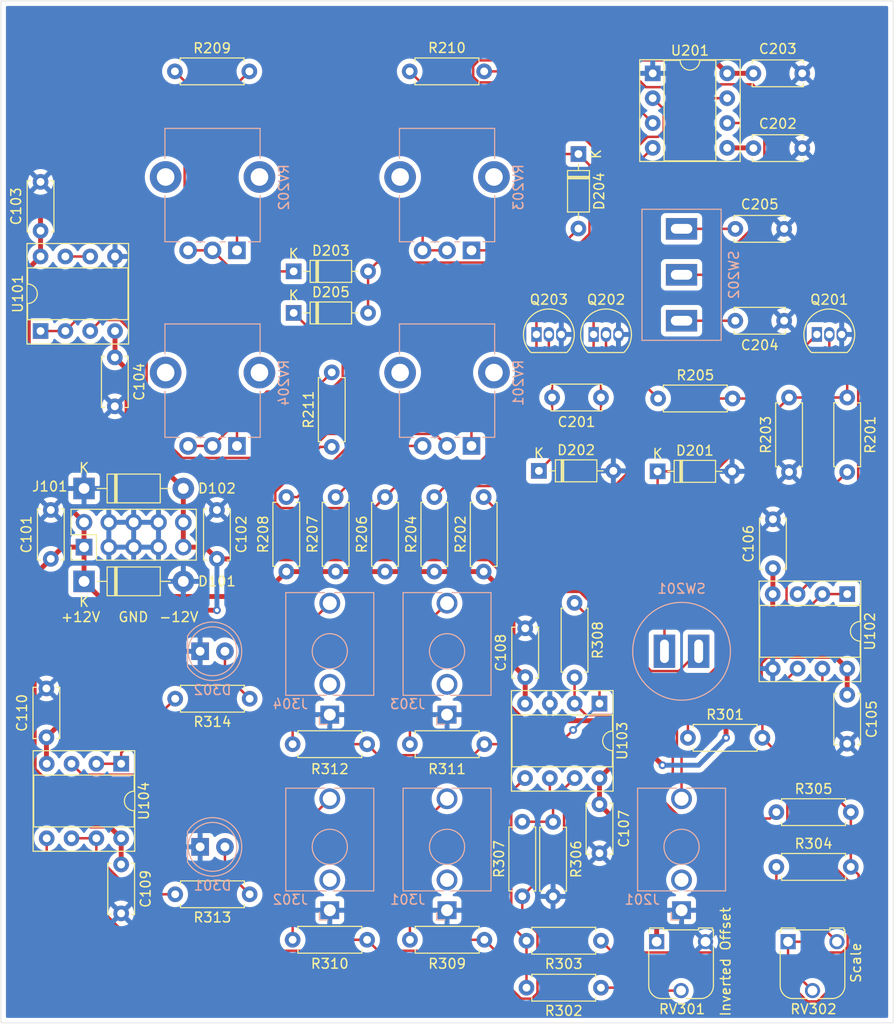
<source format=kicad_pcb>
(kicad_pcb (version 20211014) (generator pcbnew)
  (title_block (title "Envelope Generator") (date "2021-06-30") (rev "1.0"))
  (layers (0 "F.Cu" signal) (31 "B.Cu" signal) (34 "B.Paste" user) (35 "F.Paste" user) (36 "B.SilkS" user "B.Silkscreen") (37 "F.SilkS" user "F.Silkscreen") (38 "B.Mask" user) (39 "F.Mask" user) (44 "Edge.Cuts" user))
  (net 0 "")
  (net 1 "+12V")
  (net 2 "GND")
  (net 3 "-12V")
  (net 4 "Net-(C201-Pad1)")
  (net 5 "Net-(C201-Pad2)")
  (net 6 "Net-(C202-Pad1)")
  (net 7 "Net-(C204-Pad2)")
  (net 8 "Net-(C205-Pad1)")
  (net 9 "Net-(D201-Pad1)")
  (net 10 "Net-(D203-Pad1)")
  (net 11 "Net-(D203-Pad2)")
  (net 12 "Net-(D204-Pad2)")
  (net 13 "Net-(D205-Pad1)")
  (net 14 "Net-(D301-Pad2)")
  (net 15 "Net-(D302-Pad2)")
  (net 17 "Net-(J201-PadT)")
  (net 19 "Net-(J301-PadT)")
  (net 21 "Net-(J302-PadT)")
  (net 22 "Net-(J303-PadT)")
  (net 24 "Net-(J304-PadT)")
  (net 26 "Net-(Q201-Pad1)")
  (net 27 "Net-(Q202-Pad2)")
  (net 28 "Net-(Q203-Pad1)")
  (net 29 "Net-(R202-Pad2)")
  (net 30 "Net-(R208-Pad2)")
  (net 31 "Net-(R209-Pad1)")
  (net 32 "Net-(R209-Pad2)")
  (net 33 "Net-(R210-Pad2)")
  (net 34 "Net-(R210-Pad1)")
  (net 35 "Net-(R211-Pad2)")
  (net 36 "/Core/Envelope")
  (net 37 "Net-(R301-Pad2)")
  (net 38 "Net-(R302-Pad2)")
  (net 39 "Net-(R302-Pad1)")
  (net 40 "Net-(R303-Pad1)")
  (net 41 "Net-(R304-Pad1)")
  (net 42 "Net-(R305-Pad1)")
  (net 43 "Net-(R306-Pad1)")
  (net 44 "Net-(R307-Pad1)")
  (net 45 "Net-(R308-Pad1)")
  (net 46 "Net-(R313-Pad2)")
  (net 47 "Net-(R314-Pad2)")
  (net 48 "Net-(RV201-Pad2)")
  (net 49 "Net-(U101-Pad6)")
  (net 50 "Net-(RV201-Pad1)")
  (footprint "Capacitor_THT:C_Disc_D5.0mm_W2.5mm_P5.00mm" (layer "F.Cu") (at 110.7 111.15 90)
    (fp_text reference "C101")
    (fp_text value "0.1u")
  )
  (footprint "Capacitor_THT:C_Disc_D5.0mm_W2.5mm_P5.00mm" (layer "F.Cu") (at 127.7 106.15 -90)
    (fp_text reference "C102")
    (fp_text value "0.1u")
  )
  (footprint "Capacitor_THT:C_Disc_D5.0mm_W2.5mm_P5.00mm" (layer "F.Cu") (at 109.65 77.6 90)
    (fp_text reference "C103")
    (fp_text value "10n")
  )
  (footprint "Capacitor_THT:C_Disc_D5.0mm_W2.5mm_P5.00mm" (layer "F.Cu") (at 117.25 90.55 -90)
    (fp_text reference "C104")
    (fp_text value "10n")
  )
  (footprint "Capacitor_THT:C_Disc_D5.0mm_W2.5mm_P5.00mm" (layer "F.Cu") (at 192.2 125.05 -90)
    (fp_text reference "C105")
    (fp_text value "10n")
  )
  (footprint "Capacitor_THT:C_Disc_D5.0mm_W2.5mm_P5.00mm" (layer "F.Cu") (at 184.6 112.1 90)
    (fp_text reference "C106")
    (fp_text value "10n")
  )
  (footprint "Capacitor_THT:C_Disc_D5.0mm_W2.5mm_P5.00mm" (layer "F.Cu") (at 166.85 136.25 -90)
    (fp_text reference "C107")
    (fp_text value "10n")
  )
  (footprint "Capacitor_THT:C_Disc_D5.0mm_W2.5mm_P5.00mm" (layer "F.Cu") (at 159.25 123.25 90)
    (fp_text reference "C108")
    (fp_text value "10n")
  )
  (footprint "Capacitor_THT:C_Disc_D5.0mm_W2.5mm_P5.00mm" (layer "F.Cu") (at 117.9 142.4 -90)
    (fp_text reference "C109")
    (fp_text value "10n")
  )
  (footprint "Capacitor_THT:C_Disc_D5.0mm_W2.5mm_P5.00mm" (layer "F.Cu") (at 110.25 129.4 90)
    (fp_text reference "C110")
    (fp_text value "10n")
  )
  (footprint "Capacitor_THT:C_Disc_D5.0mm_W2.5mm_P5.00mm" (layer "F.Cu") (at 167 94.65 180)
    (fp_text reference "C201")
    (fp_text value "10n")
  )
  (footprint "Capacitor_THT:C_Disc_D5.0mm_W2.5mm_P5.00mm" (layer "F.Cu") (at 182.6 69.15)
    (fp_text reference "C202")
    (fp_text value "47n")
  )
  (footprint "Capacitor_THT:C_Disc_D5.0mm_W2.5mm_P5.00mm" (layer "F.Cu") (at 182.6 61.5)
    (fp_text reference "C203")
    (fp_text value "0.1u")
  )
  (footprint "Capacitor_THT:C_Disc_D5.0mm_W2.5mm_P5.00mm" (layer "F.Cu") (at 185.75 86.8 180)
    (fp_text reference "C204")
    (fp_text value "1u")
  )
  (footprint "Capacitor_THT:C_Disc_D5.0mm_W2.5mm_P5.00mm" (layer "F.Cu") (at 180.75 77.4)
    (fp_text reference "C205")
    (fp_text value "10u")
  )
  (footprint "Diode_THT:D_DO-41_SOD81_P10.16mm_Horizontal" (layer "F.Cu") (at 114.1 113.45)
    (fp_text reference "D101")
    (fp_text value "1N5819")
  )
  (footprint "Diode_THT:D_DO-41_SOD81_P10.16mm_Horizontal" (layer "F.Cu") (at 114.1 103.95)
    (fp_text reference "D102")
    (fp_text value "1N5819")
  )
  (footprint "Diode_THT:D_DO-35_SOD27_P7.62mm_Horizontal" (layer "F.Cu") (at 172.8 102.2)
    (fp_text reference "D201")
    (fp_text value "1N4148")
  )
  (footprint "Diode_THT:D_DO-35_SOD27_P7.62mm_Horizontal" (layer "F.Cu") (at 160.65 102.15)
    (fp_text reference "D202")
    (fp_text value "1N4148")
  )
  (footprint "Diode_THT:D_DO-35_SOD27_P7.62mm_Horizontal" (layer "F.Cu") (at 135.55 81.75)
    (fp_text reference "D203")
    (fp_text value "1N4148")
  )
  (footprint "Diode_THT:D_DO-35_SOD27_P7.62mm_Horizontal" (layer "F.Cu") (at 164.7 69.75 -90)
    (fp_text reference "D204")
    (fp_text value "1N4148")
  )
  (footprint "Diode_THT:D_DO-35_SOD27_P7.62mm_Horizontal" (layer "F.Cu") (at 135.55 86)
    (fp_text reference "D205")
    (fp_text value "1N4148")
  )
  (footprint "Connector_PinHeader_2.54mm:PinHeader_2x05_P2.54mm_Vertical" (layer "F.Cu") (at 114.1 109.95 90)
    (fp_text reference "J101")
    (fp_text value "Conn_02x05_Odd_Even")
  )
  (footprint "Package_TO_SOT_THT:TO-92_Inline" (layer "F.Cu") (at 189.1 88.2)
    (fp_text reference "Q201")
    (fp_text value "BC547")
  )
  (footprint "Package_TO_SOT_THT:TO-92_Inline" (layer "F.Cu") (at 166.25 88.2)
    (fp_text reference "Q202")
    (fp_text value "BC547")
  )
  (footprint "Package_TO_SOT_THT:TO-92_Inline" (layer "F.Cu") (at 160.4 88.2)
    (fp_text reference "Q203")
    (fp_text value "BC547")
  )
  (footprint "Resistor_THT:R_Axial_DIN0207_L6.3mm_D2.5mm_P7.62mm_Horizontal" (layer "F.Cu") (at 192.2 94.65 -90)
    (fp_text reference "R201")
    (fp_text value "56k")
  )
  (footprint "Resistor_THT:R_Axial_DIN0207_L6.3mm_D2.5mm_P7.62mm_Horizontal" (layer "F.Cu") (at 155 112.45 90)
    (fp_text reference "R202")
    (fp_text value "150k")
  )
  (footprint "Resistor_THT:R_Axial_DIN0207_L6.3mm_D2.5mm_P7.62mm_Horizontal" (layer "F.Cu") (at 186.25 102.27 90)
    (fp_text reference "R203")
    (fp_text value "560k")
  )
  (footprint "Resistor_THT:R_Axial_DIN0207_L6.3mm_D2.5mm_P7.62mm_Horizontal" (layer "F.Cu") (at 149.95 112.45 90)
    (fp_text reference "R204")
    (fp_text value "4.7k")
  )
  (footprint "Resistor_THT:R_Axial_DIN0207_L6.3mm_D2.5mm_P7.62mm_Horizontal" (layer "F.Cu") (at 172.85 94.75)
    (fp_text reference "R205")
    (fp_text value "10k")
  )
  (footprint "Resistor_THT:R_Axial_DIN0207_L6.3mm_D2.5mm_P7.62mm_Horizontal" (layer "F.Cu") (at 144.9 112.45 90)
    (fp_text reference "R206")
    (fp_text value "4.7k")
  )
  (footprint "Resistor_THT:R_Axial_DIN0207_L6.3mm_D2.5mm_P7.62mm_Horizontal" (layer "F.Cu") (at 139.85 112.45 90)
    (fp_text reference "R207")
    (fp_text value "4.7k")
  )
  (footprint "Resistor_THT:R_Axial_DIN0207_L6.3mm_D2.5mm_P7.62mm_Horizontal" (layer "F.Cu") (at 134.8 112.45 90)
    (fp_text reference "R208")
    (fp_text value "5.6k")
  )
  (footprint "Resistor_THT:R_Axial_DIN0207_L6.3mm_D2.5mm_P7.62mm_Horizontal" (layer "F.Cu") (at 123.4 61.3)
    (fp_text reference "R209")
    (fp_text value "1k")
  )
  (footprint "Resistor_THT:R_Axial_DIN0207_L6.3mm_D2.5mm_P7.62mm_Horizontal" (layer "F.Cu") (at 155.05 61.3 180)
    (fp_text reference "R210")
    (fp_text value "100")
  )
  (footprint "Resistor_THT:R_Axial_DIN0207_L6.3mm_D2.5mm_P7.62mm_Horizontal" (layer "F.Cu") (at 139.45 99.7 90)
    (fp_text reference "R211")
    (fp_text value "100")
  )
  (footprint "Resistor_THT:R_Axial_DIN0207_L6.3mm_D2.5mm_P7.62mm_Horizontal" (layer "F.Cu") (at 175.9 129.45)
    (fp_text reference "R301")
    (fp_text value "68k")
  )
  (footprint "Resistor_THT:R_Axial_DIN0207_L6.3mm_D2.5mm_P7.62mm_Horizontal" (layer "F.Cu") (at 167 155 180)
    (fp_text reference "R302")
    (fp_text value "75k")
  )
  (footprint "Resistor_THT:R_Axial_DIN0207_L6.3mm_D2.5mm_P7.62mm_Horizontal" (layer "F.Cu") (at 167 150.2 180)
    (fp_text reference "R303")
    (fp_text value "75k")
  )
  (footprint "Resistor_THT:R_Axial_DIN0207_L6.3mm_D2.5mm_P7.62mm_Horizontal" (layer "F.Cu") (at 184.95 142.65)
    (fp_text reference "R304")
    (fp_text value "82k")
  )
  (footprint "Resistor_THT:R_Axial_DIN0207_L6.3mm_D2.5mm_P7.62mm_Horizontal" (layer "F.Cu") (at 184.95 137.05)
    (fp_text reference "R305")
    (fp_text value "47k")
  )
  (footprint "Resistor_THT:R_Axial_DIN0207_L6.3mm_D2.5mm_P7.62mm_Horizontal" (layer "F.Cu") (at 162.1 138.05 -90)
    (fp_text reference "R306")
    (fp_text value "75k")
  )
  (footprint "Resistor_THT:R_Axial_DIN0207_L6.3mm_D2.5mm_P7.62mm_Horizontal" (layer "F.Cu") (at 158.95 145.65 90)
    (fp_text reference "R307")
    (fp_text value "75k")
  )
  (footprint "Resistor_THT:R_Axial_DIN0207_L6.3mm_D2.5mm_P7.62mm_Horizontal" (layer "F.Cu") (at 164.3 115.65 -90)
    (fp_text reference "R308")
    (fp_text value "47k")
  )
  (footprint "Resistor_THT:R_Axial_DIN0207_L6.3mm_D2.5mm_P7.62mm_Horizontal" (layer "F.Cu") (at 147.45 150.1)
    (fp_text reference "R309")
    (fp_text value "1k")
  )
  (footprint "Resistor_THT:R_Axial_DIN0207_L6.3mm_D2.5mm_P7.62mm_Horizontal" (layer "F.Cu") (at 135.45 150.1)
    (fp_text reference "R310")
    (fp_text value "1k")
  )
  (footprint "Resistor_THT:R_Axial_DIN0207_L6.3mm_D2.5mm_P7.62mm_Horizontal" (layer "F.Cu") (at 147.45 130.1)
    (fp_text reference "R311")
    (fp_text value "1k")
  )
  (footprint "Resistor_THT:R_Axial_DIN0207_L6.3mm_D2.5mm_P7.62mm_Horizontal" (layer "F.Cu") (at 135.45 130.1)
    (fp_text reference "R312")
    (fp_text value "1k")
  )
  (footprint "Resistor_THT:R_Axial_DIN0207_L6.3mm_D2.5mm_P7.62mm_Horizontal" (layer "F.Cu") (at 131.05 145.45 180)
    (fp_text reference "R313")
    (fp_text value "150k")
  )
  (footprint "Resistor_THT:R_Axial_DIN0207_L6.3mm_D2.5mm_P7.62mm_Horizontal" (layer "F.Cu") (at 131.05 125.45 180)
    (fp_text reference "R314")
    (fp_text value "150k")
  )
  (footprint "Custom:Potentiometer_Runtron_RM-065_Vertical_Improved" (layer "F.Cu") (at 172.7 150.3)
    (fp_text reference "RV301")
    (fp_text value "10k")
  )
  (footprint "Custom:Potentiometer_Runtron_RM-065_Vertical_Improved" (layer "F.Cu") (at 186.15 150.3)
    (fp_text reference "RV302")
    (fp_text value "10k")
  )
  (footprint "Package_DIP:DIP-8_W7.62mm_Socket" (layer "F.Cu") (at 109.65 87.85 90)
    (fp_text reference "U101")
    (fp_text value "TL072")
  )
  (footprint "Package_DIP:DIP-8_W7.62mm_Socket" (layer "F.Cu") (at 192.2 114.75 -90)
    (fp_text reference "U102")
    (fp_text value "TL072")
  )
  (footprint "Package_DIP:DIP-8_W7.62mm_Socket" (layer "F.Cu") (at 166.85 125.95 -90)
    (fp_text reference "U103")
    (fp_text value "TL072")
  )
  (footprint "Package_DIP:DIP-8_W7.62mm_Socket" (layer "F.Cu") (at 117.9 132.1 -90)
    (fp_text reference "U104")
    (fp_text value "TL072")
  )
  (footprint "Package_DIP:DIP-8_W7.62mm_Socket" (layer "F.Cu") (at 172.3 61.5)
    (fp_text reference "U201")
    (fp_text value "ICM7555xP")
  )
  (footprint "LED_THT:LED_D5.0mm" (layer "B.Cu") (at 125.98 140.6)
    (fp_text reference "D301")
    (fp_text value "LED")
  )
  (footprint "LED_THT:LED_D5.0mm" (layer "B.Cu") (at 125.98 120.6)
    (fp_text reference "D302")
    (fp_text value "LED")
  )
  (footprint "Connector_Audio:Jack_3.5mm_QingPu_WQP-PJ398SM_Vertical_CircularHoles" (layer "B.Cu") (at 175.25 147.08)
    (fp_text reference "J201")
    (fp_text value "AudioJack2_SwitchT")
  )
  (footprint "Connector_Audio:Jack_3.5mm_QingPu_WQP-PJ398SM_Vertical_CircularHoles" (layer "B.Cu") (at 151.25 147.08)
    (fp_text reference "J301")
    (fp_text value "AudioJack2_SwitchT")
  )
  (footprint "Connector_Audio:Jack_3.5mm_QingPu_WQP-PJ398SM_Vertical_CircularHoles" (layer "B.Cu") (at 139.25 147.08)
    (fp_text reference "J302")
    (fp_text value "AudioJack2_SwitchT")
  )
  (footprint "Connector_Audio:Jack_3.5mm_QingPu_WQP-PJ398SM_Vertical_CircularHoles" (layer "B.Cu") (at 151.25 127.08)
    (fp_text reference "J303")
    (fp_text value "AudioJack2_SwitchT")
  )
  (footprint "Connector_Audio:Jack_3.5mm_QingPu_WQP-PJ398SM_Vertical_CircularHoles" (layer "B.Cu") (at 139.25 127.08)
    (fp_text reference "J304")
    (fp_text value "AudioJack2_SwitchT")
  )
  (footprint "Potentiometer_THT:Potentiometer_Alpha_RD901F-40-00D_Single_Vertical_CircularHoles" (layer "B.Cu") (at 153.75 99.6 90)
    (fp_text reference "RV201")
    (fp_text value "10k")
  )
  (footprint "Potentiometer_THT:Potentiometer_Alpha_RD901F-40-00D_Single_Vertical_CircularHoles" (layer "B.Cu") (at 129.75 79.6 90)
    (fp_text reference "RV202")
    (fp_text value "1M")
  )
  (footprint "Potentiometer_THT:Potentiometer_Alpha_RD901F-40-00D_Single_Vertical_CircularHoles" (layer "B.Cu") (at 153.75 79.6 90)
    (fp_text reference "RV203")
    (fp_text value "1M")
  )
  (footprint "Potentiometer_THT:Potentiometer_Alpha_RD901F-40-00D_Single_Vertical_CircularHoles" (layer "B.Cu") (at 129.75 99.6 90)
    (fp_text reference "RV204")
    (fp_text value "1M")
  )
  (footprint "Switch:PBS-105" (layer "B.Cu") (at 175.25 120.6)
    (fp_text reference "SW201")
    (fp_text value "SW_SPST")
  )
  (footprint "Switch:MTS-102_MTS-103_MTS-112_MTS-113_MTS-123" (layer "B.Cu") (at 175.25 82.1 -90)
    (fp_text reference "SW202")
    (fp_text value "SW_SPDT")
  )
  (gr_line (start 196.9 54.1) (end 105.6 54.1) (layer "Edge.Cuts") (width 0.05))
  (gr_line (start 196.9 158.6) (end 196.9 54.1) (layer "Edge.Cuts") (width 0.05))
  (gr_line (start 105.6 158.6) (end 196.9 158.6) (layer "Edge.Cuts") (width 0.05))
  (gr_line (start 105.6 54.1) (end 105.6 158.6) (layer "Edge.Cuts") (width 0.05))
  (gr_text "+12V" (at 113.75 117.1) (layer "F.SilkS") (effects (font (size 1 1))))
  (gr_text "GND" (at 119.15 117.1) (layer "F.SilkS") (effects (font (size 1 1))))
  (gr_text "Inverted Offset" (at 179.75 152.35 90) (layer "F.SilkS") (effects (font (size 1 1))))
  (gr_text "Scale" (at 193.1 152.45 90) (layer "F.SilkS") (effects (font (size 1 1))))
  (gr_text "-12V" (at 123.8 117.1) (layer "F.SilkS") (effects (font (size 1 1))))
  (segment (start 116.649999 138.469999) (end 114.799997 138.469999) (width 0.5) (layer "F.Cu") (net 1))
  (segment (start 134.8 112.45) (end 139.85 112.45) (width 0.5) (layer "F.Cu") (net 1))
  (segment (start 171.21 130.16) (end 171.225 130.175) (width 0.5) (layer "F.Cu") (net 1))
  (segment (start 170.26 130.16) (end 170.725 129.695) (width 0.5) (layer "F.Cu") (net 1))
  (segment (start 183.329999 123.870003) (end 183.329999 121.769999) (width 0.5) (layer "F.Cu") (net 1))
  (segment (start 170.725 129.695) (end 170.725 129.675) (width 0.5) (layer "F.Cu") (net 1))
  (segment (start 109.65 75.25) (end 114.7 70.2) (width 0.5) (layer "F.Cu") (net 1))
  (segment (start 170.26 130.16) (end 170.275 130.145) (width 0.5) (layer "F.Cu") (net 1))
  (segment (start 166.85 133.57) (end 166.85 136.25) (width 0.5) (layer "F.Cu") (net 1))
  (segment (start 157.1 114.55) (end 155 112.45) (width 0.5) (layer "F.Cu") (net 1))
  (segment (start 175.17 56.75) (end 179.92 61.5) (width 0.5) (layer "F.Cu") (net 1))
  (segment (start 114.1 109.95) (end 111.9 109.95) (width 0.5) (layer "F.Cu") (net 1))
  (segment (start 171.225 130.175) (end 173.3 132.25) (width 0.5) (layer "F.Cu") (net 1))
  (segment (start 114.1 109.95) (end 114.1 113.45) (width 0.5) (layer "F.Cu") (net 1))
  (segment (start 159.129998 127.7) (end 157.1 125.670002) (width 0.5) (layer "F.Cu") (net 1))
  (segment (start 132.249999 115.000001) (end 115.65 115) (width 0.5) (layer "F.Cu") (net 1))
  (segment (start 179.8 127.400002) (end 179.8 129.45) (width 0.5) (layer "F.Cu") (net 1))
  (segment (start 117.9 139.72) (end 116.649999 138.469999) (width 0.5) (layer "F.Cu") (net 1))
  (segment (start 109.65 80.23) (end 108.399999 81.480001) (width 0.5) (layer "F.Cu") (net 1))
  (segment (start 114.1 109.95) (end 114.1 107.41) (width 0.5) (layer "F.Cu") (net 1))
  (segment (start 172.7 150.3) (end 172.7 142.1) (width 0.5) (layer "F.Cu") (net 1))
  (segment (start 170.275 130.145) (end 170.275 129.225) (width 0.5) (layer "F.Cu") (net 1))
  (segment (start 121.1 56.75) (end 175.17 56.75) (width 0.5) (layer "F.Cu") (net 1))
  (segment (start 149.95 112.45) (end 155 112.45) (width 0.5) (layer "F.Cu") (net 1))
  (segment (start 108.399999 81.480001) (end 108.399999 101.709999) (width 0.5) (layer "F.Cu") (net 1))
  (segment (start 159.129998 127.7) (end 168.75 127.7) (width 0.5) (layer "F.Cu") (net 1))
  (segment (start 166.85 133.57) (end 170.26 130.16) (width 0.5) (layer "F.Cu") (net 1))
  (segment (start 157.1 125.670002) (end 157.1 114.55) (width 0.5) (layer "F.Cu") (net 1))
  (segment (start 190.949999 121.119999) (end 192.2 122.37) (width 0.5) (layer "F.Cu") (net 1))
  (segment (start 179.92 61.5) (end 182.6 61.5) (width 0.5) (layer "F.Cu") (net 1))
  (segment (start 134.8 112.45) (end 132.249999 115.000001) (width 0.5) (layer "F.Cu") (net 1))
  (segment (start 172.7 142.1) (end 166.85 136.25) (width 0.5) (layer "F.Cu") (net 1))
  (segment (start 139.85 112.45) (end 144.9 112.45) (width 0.5) (layer "F.Cu") (net 1))
  (segment (start 183.329999 121.769999) (end 183.979999 121.119999) (width 0.5) (layer "F.Cu") (net 1))
  (segment (start 144.9 112.45) (end 149.95 112.45) (width 0.5) (layer "F.Cu") (net 1))
  (segment (start 108.999999 112.850001) (end 110.7 111.15) (width 0.5) (layer "F.Cu") (net 1))
  (segment (start 111.9 109.95) (end 110.7 111.15) (width 0.5) (layer "F.Cu") (net 1))
  (segment (start 114.7 63.15) (end 121.1 56.75) (width 0.5) (layer "F.Cu") (net 1))
  (segment (start 109.65 77.6) (end 109.65 75.25) (width 0.5) (layer "F.Cu") (net 1))
  (segment (start 109.65 77.6) (end 109.65 80.23) (width 0.5) (layer "F.Cu") (net 1))
  (segment (start 114.7 70.2) (end 114.7 63.15) (width 0.5) (layer "F.Cu") (net 1))
  (segment (start 115.65 115) (end 114.1 113.45) (width 0.5) (layer "F.Cu") (net 1))
  (segment (start 108.399999 101.709999) (end 114.1 107.41) (width 0.5) (layer "F.Cu") (net 1))
  (segment (start 170.26 130.16) (end 171.21 130.16) (width 0.5) (layer "F.Cu") (net 1))
  (segment (start 183.979999 121.119999) (end 190.949999 121.119999) (width 0.5) (layer "F.Cu") (net 1))
  (segment (start 183.329999 123.870003) (end 179.8 127.400002) (width 0.5) (layer "F.Cu") (net 1))
  (segment (start 168.75 127.7) (end 170.275 129.225) (width 0.5) (layer "F.Cu") (net 1))
  (segment (start 170.275 129.225) (end 170.725 129.675) (width 0.5) (layer "F.Cu") (net 1))
  (segment (start 117.9 139.72) (end 117.9 142.4) (width 0.5) (layer "F.Cu") (net 1))
  (segment (start 170.725 129.675) (end 171.225 130.175) (width 0.5) (layer "F.Cu") (net 1))
  (segment (start 108.999999 132.670001) (end 108.999999 112.850001) (width 0.5) (layer "F.Cu") (net 1))
  (segment (start 192.2 122.37) (end 192.2 125.05) (width 0.5) (layer "F.Cu") (net 1))
  (segment (start 114.799997 138.469999) (end 108.999999 132.670001) (width 0.5) (layer "F.Cu") (net 1))
  (via (at 179.8 129.45) (size 0.8) (drill 0.4) (layers "F.Cu" "B.Cu") (net 1))
  (via (at 173.3 132.25) (size 0.8) (drill 0.4) (layers "F.Cu" "B.Cu") (net 1))
  (segment (start 177 132.25) (end 173.3 132.25) (width 0.5) (layer "B.Cu") (net 1))
  (segment (start 179.8 129.45) (end 177 132.25) (width 0.5) (layer "B.Cu") (net 1))
  (segment (start 126.5 109.95) (end 127.7 111.15) (width 0.5) (layer "F.Cu") (net 3))
  (segment (start 170.87499 122.173178) (end 171.901823 123.200011) (width 0.5) (layer "F.Cu") (net 3))
  (segment (start 161.150001 115.549999) (end 162.300001 114.399999) (width 0.5) (layer "F.Cu") (net 3))
  (segment (start 157.999999 113.599997) (end 157.999999 114.850001) (width 0.5) (layer "F.Cu") (net 3))
  (segment (start 124.26 103.95) (end 124.26 107.41) (width 0.5) (layer "F.Cu") (net 3))
  (segment (start 110.25 132.07) (end 110.28 132.1) (width 0.5) (layer "F.Cu") (net 3))
  (segment (start 158.699999 115.549999) (end 158.699997 115.549999) (width 0.5) (layer "F.Cu") (net 3))
  (segment (start 110.25 129.4) (end 110.25 132.07) (width 0.5) (layer "F.Cu") (net 3))
  (segment (start 157.999999 114.850001) (end 157.999999 115.549999) (width 0.5) (layer "F.Cu") (net 3))
  (segment (start 124.26 109.95) (end 126.5 109.95) (width 0.5) (layer "F.Cu") (net 3))
  (segment (start 157.999999 116.249999) (end 157.999999 121.999999) (width 0.5) (layer "F.Cu") (net 3))
  (segment (start 158.699997 115.549999) (end 157.999999 114.850001) (width 0.5) (layer "F.Cu") (net 3))
  (segment (start 159.25 123.25) (end 159.25 125.93) (width 0.5) (layer "F.Cu") (net 3))
  (segment (start 157.999999 115.549999) (end 158.699999 115.549999) (width 0.5) (layer "F.Cu") (net 3))
  (segment (start 118.500001 98.190001) (end 124.26 103.95) (width 0.5) (layer "F.Cu") (net 3))
  (segment (start 170.87499 120.374988) (end 170.87499 122.173178) (width 0.5) (layer "F.Cu") (net 3))
  (segment (start 184.6 114.73) (end 184.58 114.75) (width 0.5) (layer "F.Cu") (net 3))
  (segment (start 124.26 107.41) (end 124.26 109.95) (width 0.5) (layer "F.Cu") (net 3))
  (segment (start 184.6 112.1) (end 184.6 114.73) (width 0.5) (layer "F.Cu") (net 3))
  (segment (start 118.500001 91.800001) (end 118.500001 98.190001) (width 0.5) (layer "F.Cu") (net 3))
  (segment (start 158.699997 115.549999) (end 158.699997 115.550001) (width 0.5) (layer "F.Cu") (net 3))
  (segment (start 178.009991 123.200011) (end 184.58 116.630002) (width 0.5) (layer "F.Cu") (net 3))
  (segment (start 184.58 116.630002) (end 184.58 114.75) (width 0.5) (layer "F.Cu") (net 3))
  (segment (start 117.27 87.85) (end 117.27 90.53) (width 0.5) (layer "F.Cu") (net 3))
  (segment (start 157.999999 115.549999) (end 157.999999 116.249999) (width 0.5) (layer "F.Cu") (net 3))
  (segment (start 158.699999 115.549999) (end 161.150001 115.549999) (width 0.5) (layer "F.Cu") (net 3))
  (segment (start 117.27 90.53) (end 117.25 90.55) (width 0.5) (layer "F.Cu") (net 3))
  (segment (start 123.25 116.4) (end 110.25 129.4) (width 0.5) (layer "F.Cu") (net 3))
  (segment (start 164.900001 114.399999) (end 170.87499 120.374988) (width 0.5) (layer "F.Cu") (net 3))
  (segment (start 127.7 116.4) (end 123.25 116.4) (width 0.5) (layer "F.Cu") (net 3))
  (segment (start 155.550002 111.15) (end 157.999999 113.599997) (width 0.5) (layer "F.Cu") (net 3))
  (segment (start 127.7 111.15) (end 155.550002 111.15) (width 0.5) (layer "F.Cu") (net 3))
  (segment (start 157.999999 121.999999) (end 159.25 123.25) (width 0.5) (layer "F.Cu") (net 3))
  (segment (start 158.699997 115.550001) (end 157.999999 116.249999) (width 0.5) (layer "F.Cu") (net 3))
  (segment (start 117.25 90.55) (end 118.500001 91.800001) (width 0.5) (layer "F.Cu") (net 3))
  (segment (start 159.25 125.93) (end 159.23 125.95) (width 0.5) (layer "F.Cu") (net 3))
  (segment (start 162.300001 114.399999) (end 164.900001 114.399999) (width 0.5) (layer "F.Cu") (net 3))
  (segment (start 171.901823 123.200011) (end 178.009991 123.200011) (width 0.5) (layer "F.Cu") (net 3))
  (via (at 127.7 116.4) (size 0.8) (drill 0.4) (layers "F.Cu" "B.Cu") (net 3))
  (segment (start 127.7 111.15) (end 127.7 116.4) (width 0.5) (layer "B.Cu") (net 3))
  (segment (start 167.65 79.7) (end 166.25 81.1) (width 0.25) (layer "F.Cu") (net 4))
  (segment (start 167 91.1) (end 166.25 90.35) (width 0.25) (layer "F.Cu") (net 4))
  (segment (start 139.45 99.7) (end 138.264998 99.7) (width 0.25) (layer "F.Cu") (net 4))
  (segment (start 167 94.65) (end 167 91.1) (width 0.25) (layer "F.Cu") (net 4))
  (segment (start 172.3 69.12) (end 167.65 73.77) (width 0.25) (layer "F.Cu") (net 4))
  (segment (start 146.47501 103.25499) (end 157.35499 103.25499) (width 0.25) (layer "F.Cu") (net 4))
  (segment (start 138.264998 99.7) (end 133.674999 104.289999) (width 0.25) (layer "F.Cu") (net 4))
  (segment (start 133.674999 105.370001) (end 134.259999 105.955001) (width 0.25) (layer "F.Cu") (net 4))
  (segment (start 134.259999 105.955001) (end 143.774999 105.955001) (width 0.25) (layer "F.Cu") (net 4))
  (segment (start 166.25 81.1) (end 166.25 88.2) (width 0.25) (layer "F.Cu") (net 4))
  (segment (start 144.9 104.83) (end 146.47501 103.25499) (width 0.25) (layer "F.Cu") (net 4))
  (segment (start 167.65 73.77) (end 167.65 79.7) (width 0.25) (layer "F.Cu") (net 4))
  (segment (start 133.674999 104.289999) (end 133.674999 105.370001) (width 0.25) (layer "F.Cu") (net 4))
  (segment (start 143.774999 105.955001) (end 144.9 104.83) (width 0.25) (layer "F.Cu") (net 4))
  (segment (start 167 100.6) (end 167 94.65) (width 0.25) (layer "F.Cu") (net 4))
  (segment (start 166.25 90.35) (end 166.25 88.2) (width 0.25) (layer "F.Cu") (net 4))
  (segment (start 157.35499 103.25499) (end 158.55 104.45) (width 0.25) (layer "F.Cu") (net 4))
  (segment (start 158.55 104.45) (end 163.15 104.45) (width 0.25) (layer "F.Cu") (net 4))
  (segment (start 163.15 104.45) (end 167 100.6) (width 0.25) (layer "F.Cu") (net 4))
  (segment (start 162 94.65) (end 162 91.05) (width 0.25) (layer "F.Cu") (net 5))
  (segment (start 161.67 90.72) (end 161.67 88.2) (width 0.25) (layer "F.Cu") (net 5))
  (segment (start 162 100.8) (end 160.65 102.15) (width 0.25) (layer "F.Cu") (net 5))
  (segment (start 162 91.05) (end 161.67 90.72) (width 0.25) (layer "F.Cu") (net 5))
  (segment (start 162 94.65) (end 162 100.8) (width 0.25) (layer "F.Cu") (net 5))
  (segment (start 179.92 69.12) (end 182.57 69.12) (width 0.5) (layer "F.Cu") (net 6))
  (segment (start 182.57 69.12) (end 182.6 69.15) (width 0.5) (layer "F.Cu") (net 6))
  (segment (start 175.25 86.8) (end 180.75 86.8) (width 0.25) (layer "F.Cu") (net 7))
  (segment (start 175.25 77.4) (end 180.75 77.4) (width 0.25) (layer "F.Cu") (net 8))
  (segment (start 173.5 117.65) (end 173.5 120.6) (width 0.25) (layer "F.Cu") (net 9))
  (segment (start 178.7 102.2) (end 186.25 94.65) (width 0.25) (layer "F.Cu") (net 9))
  (segment (start 172.8 116.95) (end 173.5 117.65) (width 0.25) (layer "F.Cu") (net 9))
  (segment (start 190.37 90.47) (end 190.37 88.2) (width 0.25) (layer "F.Cu") (net 9))
  (segment (start 192.2 92.3) (end 190.37 90.47) (width 0.25) (layer "F.Cu") (net 9))
  (segment (start 192.2 94.65) (end 192.2 92.3) (width 0.25) (layer "F.Cu") (net 9))
  (segment (start 186.25 94.65) (end 192.2 94.65) (width 0.25) (layer "F.Cu") (net 9))
  (segment (start 172.8 102.2) (end 172.8 116.95) (width 0.25) (layer "F.Cu") (net 9))
  (segment (start 172.8 102.2) (end 178.7 102.2) (width 0.25) (layer "F.Cu") (net 9))
  (segment (start 129.4 81.75) (end 135.55 81.75) (width 0.25) (layer "F.Cu") (net 10))
  (segment (start 124.75 79.6) (end 127.25 79.6) (width 0.25) (layer "F.Cu") (net 10))
  (segment (start 127.25 79.6) (end 129.4 81.75) (width 0.25) (layer "F.Cu") (net 10))
  (segment (start 164.7 69.75) (end 161.834998 69.75) (width 0.25) (layer "F.Cu") (net 11))
  (segment (start 175.965001 62.625001) (end 182.525001 62.625001) (width 0.25) (layer "F.Cu") (net 11))
  (segment (start 183.37 66.58) (end 183.38 66.58) (width 0.25) (layer "F.Cu") (net 11))
  (segment (start 183.725001 66.174999) (end 183.725001 66.575001) (width 0.25) (layer "F.Cu") (net 11))
  (segment (start 183.725001 63.825001) (end 183.725001 66.174999) (width 0.25) (layer "F.Cu") (net 11))
  (segment (start 143.17 81.75) (end 143.17 86) (width 0.25) (layer "F.Cu") (net 11))
  (segment (start 179.92 66.58) (end 183.37 66.58) (width 0.25) (layer "F.Cu") (net 11))
  (segment (start 165.825001 77.910001) (end 162.885002 80.85) (width 0.25) (layer "F.Cu") (net 11))
  (segment (start 179.85 80.5) (end 179.315002 80.5) (width 0.25) (layer "F.Cu") (net 11))
  (segment (start 162.885002 80.85) (end 144.07 80.85) (width 0.25) (layer "F.Cu") (net 11))
  (segment (start 177.715002 82.1) (end 175.25 82.1) (width 0.25) (layer "F.Cu") (net 11))
  (segment (start 179.85 79.965002) (end 179.882501 79.932501) (width 0.25) (layer "F.Cu") (net 11))
  (segment (start 169.061399 59.724989) (end 154.323598 59.72499) (width 0.25) (layer "F.Cu") (net 11))
  (segment (start 173.514999 60.174999) (end 169.511409 60.174999) (width 0.25) (layer "F.Cu") (net 11))
  (segment (start 144.07 80.85) (end 143.17 81.75) (width 0.25) (layer "F.Cu") (net 11))
  (segment (start 183.720002 66.58) (end 183.725001 66.575001) (width 0.25) (layer "F.Cu") (net 11))
  (segment (start 179.315002 80.5) (end 179.257501 80.557501) (width 0.25) (layer "F.Cu") (net 11))
  (segment (start 179.607501 80.257501) (end 179.85 80.5) (width 0.25) (layer "F.Cu") (net 11))
  (segment (start 179.607501 80.207501) (end 179.257501 80.557501) (width 0.25) (layer "F.Cu") (net 11))
  (segment (start 181.85 82.5) (end 192.05 82.5) (width 0.25) (layer "F.Cu") (net 11))
  (segment (start 183.37 66.58) (end 183.720002 66.58) (width 0.25) (layer "F.Cu") (net 11))
  (segment (start 182.525001 62.625001) (end 183.725001 63.825001) (width 0.25) (layer "F.Cu") (net 11))
  (segment (start 153.47499 62.026402) (end 161.198588 69.75) (width 0.25) (layer "F.Cu") (net 11))
  (segment (start 164.7 69.75) (end 165.825001 70.875001) (width 0.25) (layer "F.Cu") (net 11))
  (segment (start 169.511409 60.174999) (end 169.061399 59.724989) (width 0.25) (layer "F.Cu") (net 11))
  (segment (start 179.85 80.5) (end 181.85 82.5) (width 0.25) (layer "F.Cu") (net 11))
  (segment (start 179.882501 79.932501) (end 179.607501 80.207501) (width 0.25) (layer "F.Cu") (net 11))
  (segment (start 183.37 66.58) (end 183.37 66.53) (width 0.25) (layer "F.Cu") (net 11))
  (segment (start 154.323598 59.72499) (end 153.474989 60.573599) (width 0.25) (layer "F.Cu") (net 11))
  (segment (start 153.474989 60.573599) (end 153.47499 62.026402) (width 0.25) (layer "F.Cu") (net 11))
  (segment (start 179.607501 80.207501) (end 179.607501 80.257501) (width 0.25) (layer "F.Cu") (net 11))
  (segment (start 179.257501 80.557501) (end 177.715002 82.1) (width 0.25) (layer "F.Cu") (net 11))
  (segment (start 193.325001 108.544999) (end 187.12 114.75) (width 0.25) (layer "F.Cu") (net 11))
  (segment (start 179.85 80.5) (end 179.85 79.965002) (width 0.25) (layer "F.Cu") (net 11))
  (segment (start 193.325001 83.775001) (end 193.325001 108.544999) (width 0.25) (layer "F.Cu") (net 11))
  (segment (start 183.38 66.58) (end 183.725001 66.925001) (width 0.25) (layer "F.Cu") (net 11))
  (segment (start 183.725001 66.925001) (end 183.725001 76.090001) (width 0.25) (layer "F.Cu") (net 11))
  (segment (start 161.198588 69.75) (end 161.834998 69.75) (width 0.25) (layer "F.Cu") (net 11))
  (segment (start 183.37 66.53) (end 183.725001 66.174999) (width 0.25) (layer "F.Cu") (net 11))
  (segment (start 173.514999 60.174999) (end 175.965001 62.625001) (width 0.25) (layer "F.Cu") (net 11))
  (segment (start 183.725001 66.575001) (end 183.725001 66.925001) (width 0.25) (layer "F.Cu") (net 11))
  (segment (start 165.825001 70.875001) (end 165.825001 77.910001) (width 0.25) (layer "F.Cu") (net 11))
  (segment (start 183.725001 76.090001) (end 179.882501 79.932501) (width 0.25) (layer "F.Cu") (net 11))
  (segment (start 192.05 82.5) (end 193.325001 83.775001) (width 0.25) (layer "F.Cu") (net 11))
  (segment (start 162.47 79.6) (end 164.7 77.37) (width 0.25) (layer "F.Cu") (net 12))
  (segment (start 153.75 79.6) (end 162.47 79.6) (width 0.25) (layer "F.Cu") (net 12))
  (segment (start 140.575001 91.025001) (end 140.575001 92.620001) (width 0.25) (layer "F.Cu") (net 13))
  (segment (start 140.575001 92.620001) (end 138.695002 94.5) (width 0.25) (layer "F.Cu") (net 13))
  (segment (start 129.75 97.73641) (end 129.75 99.6) (width 0.25) (layer "F.Cu") (net 13))
  (segment (start 135.55 86) (end 140.575001 91.025001) (width 0.25) (layer "F.Cu") (net 13))
  (segment (start 132.98641 94.5) (end 129.75 97.73641) (width 0.25) (layer "F.Cu") (net 13))
  (segment (start 138.695002 94.5) (end 132.98641 94.5) (width 0.25) (layer "F.Cu") (net 13))
  (segment (start 128.52 140.6) (end 128.52 142.92) (width 0.25) (layer "F.Cu") (net 14))
  (segment (start 128.52 142.92) (end 131.05 145.45) (width 0.25) (layer "F.Cu") (net 14))
  (segment (start 128.52 120.6) (end 128.52 122.92) (width 0.25) (layer "F.Cu") (net 15))
  (segment (start 128.52 122.92) (end 131.05 125.45) (width 0.25) (layer "F.Cu") (net 15))
  (segment (start 175.25 131.1) (end 174.774999 130.624999) (width 0.25) (layer "F.Cu") (net 17))
  (segment (start 175.25 135.68) (end 175.25 131.1) (width 0.25) (layer "F.Cu") (net 17))
  (segment (start 192.2 102.27) (end 185.994999 108.475001) (width 0.25) (layer "F.Cu") (net 17))
  (segment (start 185.994999 108.475001) (end 185.994999 116.205001) (width 0.25) (layer "F.Cu") (net 17))
  (segment (start 174.774999 130.624999) (end 174.774999 127.425001) (width 0.25) (layer "F.Cu") (net 17))
  (segment (start 174.774999 127.425001) (end 185.994999 116.205001) (width 0.25) (layer "F.Cu") (net 17))
  (segment (start 147.45 139.48) (end 147.45 150.1) (width 0.25) (layer "F.Cu") (net 19))
  (segment (start 151.25 135.68) (end 147.45 139.48) (width 0.25) (layer "F.Cu") (net 19))
  (segment (start 139.25 135.68) (end 135.45 139.48) (width 0.25) (layer "F.Cu") (net 21))
  (segment (start 135.45 139.48) (end 135.45 150.1) (width 0.25) (layer "F.Cu") (net 21))
  (segment (start 147.45 119.48) (end 147.45 130.1) (width 0.25) (layer "F.Cu") (net 22))
  (segment (start 151.25 115.68) (end 147.45 119.48) (width 0.25) (layer "F.Cu") (net 22))
  (segment (start 135.45 119.48) (end 135.45 130.1) (width 0.25) (layer "F.Cu") (net 24))
  (segment (start 139.25 115.68) (end 135.45 119.48) (width 0.25) (layer "F.Cu") (net 24))
  (segment (start 166.535002 105.55) (end 177.335002 94.75) (width 0.25) (layer "F.Cu") (net 26))
  (segment (start 155.954999 103.704999) (end 157.8 105.55) (width 0.25) (layer "F.Cu") (net 26))
  (segment (start 149.95 104.83) (end 151.075001 103.704999) (width 0.25) (layer "F.Cu") (net 26))
  (segment (start 180.47 94.75) (end 182.55 94.75) (width 0.25) (layer "F.Cu") (net 26))
  (segment (start 177.335002 94.75) (end 180.47 94.75) (width 0.25) (layer "F.Cu") (net 26))
  (segment (start 151.075001 103.704999) (end 155.954999 103.704999) (width 0.25) (layer "F.Cu") (net 26))
  (segment (start 157.8 105.55) (end 166.535002 105.55) (width 0.25) (layer "F.Cu") (net 26))
  (segment (start 182.55 94.75) (end 189.1 88.2) (width 0.25) (layer "F.Cu") (net 26))
  (segment (start 167.52 89.42) (end 172.85 94.75) (width 0.25) (layer "F.Cu") (net 27))
  (segment (start 167.52 88.2) (end 167.52 89.42) (width 0.25) (layer "F.Cu") (net 27))
  (segment (start 166.75 73.004998) (end 166.75 78.75) (width 0.25) (layer "F.Cu") (net 28))
  (segment (start 172.840001 67.994999) (end 171.759999 67.994999) (width 0.25) (layer "F.Cu") (net 28))
  (segment (start 160.4 95.45) (end 153.04502 102.80498) (width 0.25) (layer "F.Cu") (net 28))
  (segment (start 171.759999 67.994999) (end 166.75 73.004998) (width 0.25) (layer "F.Cu") (net 28))
  (segment (start 166.75 78.75) (end 160.4 85.1) (width 0.25) (layer "F.Cu") (net 28))
  (segment (start 160.4 88.2) (end 160.4 95.45) (width 0.25) (layer "F.Cu") (net 28))
  (segment (start 141.87502 102.80498) (end 139.85 104.83) (width 0.25) (layer "F.Cu") (net 28))
  (segment (start 172.3 64.04) (end 173.425001 65.165001) (width 0.25) (layer "F.Cu") (net 28))
  (segment (start 173.425001 67.409999) (end 172.840001 67.994999) (width 0.25) (layer "F.Cu") (net 28))
  (segment (start 173.425001 65.165001) (end 173.425001 67.409999) (width 0.25) (layer "F.Cu") (net 28))
  (segment (start 160.4 85.1) (end 160.4 88.2) (width 0.25) (layer "F.Cu") (net 28))
  (segment (start 153.04502 102.80498) (end 141.87502 102.80498) (width 0.25) (layer "F.Cu") (net 28))
  (segment (start 159.62 109.45) (end 167.35 109.45) (width 0.25) (layer "F.Cu") (net 29))
  (segment (start 171.45 121.935002) (end 171.45 113.55) (width 0.25) (layer "F.Cu") (net 29))
  (segment (start 174.974999 122.625001) (end 172.139999 122.625001) (width 0.25) (layer "F.Cu") (net 29))
  (segment (start 167.35 109.45) (end 171.45 113.55) (width 0.25) (layer "F.Cu") (net 29))
  (segment (start 172.139999 122.625001) (end 171.45 121.935002) (width 0.25) (layer "F.Cu") (net 29))
  (segment (start 155 104.83) (end 159.62 109.45) (width 0.25) (layer "F.Cu") (net 29))
  (segment (start 177 120.6) (end 174.974999 122.625001) (width 0.25) (layer "F.Cu") (net 29))
  (segment (start 141.16137 99.6) (end 148.75 99.6) (width 0.25) (layer "F.Cu") (net 30))
  (segment (start 135.93137 104.83) (end 141.16137 99.6) (width 0.25) (layer "F.Cu") (net 30))
  (segment (start 134.8 104.83) (end 135.93137 104.83) (width 0.25) (layer "F.Cu") (net 30))
  (segment (start 123.4 61.3) (end 124.395001 62.295001) (width 0.25) (layer "F.Cu") (net 31))
  (segment (start 124.395001 62.295001) (end 124.395001 75.644999) (width 0.25) (layer "F.Cu") (net 31))
  (segment (start 109.65 87.85) (end 112.19 87.85) (width 0.25) (layer "F.Cu") (net 31))
  (segment (start 124.395001 75.644999) (end 112.19 87.85) (width 0.25) (layer "F.Cu") (net 31))
  (segment (start 129.75 62.57) (end 129.75 79.6) (width 0.25) (layer "F.Cu") (net 32))
  (segment (start 131.02 61.3) (end 129.75 62.57) (width 0.25) (layer "F.Cu") (net 32))
  (segment (start 147.43 61.3) (end 148.75 62.62) (width 0.25) (layer "F.Cu") (net 33))
  (segment (start 148.75 62.62) (end 148.75 79.6) (width 0.25) (layer "F.Cu") (net 33))
  (segment (start 148.75 79.6) (end 151.25 79.6) (width 0.25) (layer "F.Cu") (net 33))
  (segment (start 167.02 61.3) (end 172.3 66.58) (width 0.25) (layer "F.Cu") (net 34))
  (segment (start 155.05 61.3) (end 167.02 61.3) (width 0.25) (layer "F.Cu") (net 34))
  (segment (start 132.804999 94.045001) (end 127.25 99.6) (width 0.25) (layer "F.Cu") (net 35))
  (segment (start 139.45 92.08) (end 137.484999 94.045001) (width 0.25) (layer "F.Cu") (net 35))
  (segment (start 137.484999 94.045001) (end 132.804999 94.045001) (width 0.25) (layer "F.Cu") (net 35))
  (segment (start 124.75 99.6) (end 127.25 99.6) (width 0.25) (layer "F.Cu") (net 35))
  (segment (start 187.91 116.5) (end 186.6 116.5) (width 0.25) (layer "F.Cu") (net 36))
  (segment (start 189.66 114.75) (end 192.2 114.75) (width 0.25) (layer "F.Cu") (net 36))
  (segment (start 189.66 114.75) (end 187.91 116.5) (width 0.25) (layer "F.Cu") (net 36))
  (segment (start 175.9 127.2) (end 175.9 129.45) (width 0.25) (layer "F.Cu") (net 36))
  (segment (start 186.6 116.5) (end 175.9 127.2) (width 0.25) (layer "F.Cu") (net 36))
  (segment (start 186.15 150.3) (end 186.15 152.8) (width 0.25) (layer "F.Cu") (net 37))
  (segment (start 192.250001 150.828001) (end 192.250001 143.995003) (width 0.25) (layer "F.Cu") (net 37))
  (segment (start 188.3 150.3) (end 189.400001 151.400001) (width 0.25) (layer "F.Cu") (net 37))
  (segment (start 186.075001 137.820003) (end 186.075001 132.005001) (width 0.25) (layer "F.Cu") (net 37))
  (segment (start 183.52 129.45) (end 183.52 125.97) (width 0.25) (layer "F.Cu") (net 37))
  (segment (start 186.15 152.8) (end 188.65 155.3) (width 0.25) (layer "F.Cu") (net 37))
  (segment (start 186.15 150.3) (end 188.3 150.3) (width 0.25) (layer "F.Cu") (net 37))
  (segment (start 189.400001 151.400001) (end 191.678001 151.400001) (width 0.25) (layer "F.Cu") (net 37))
  (segment (start 192.250001 143.995003) (end 186.075001 137.820003) (width 0.25) (layer "F.Cu") (net 37))
  (segment (start 186.075001 132.005001) (end 183.52 129.45) (width 0.25) (layer "F.Cu") (net 37))
  (segment (start 191.678001 151.400001) (end 192.250001 150.828001) (width 0.25) (layer "F.Cu") (net 37))
  (segment (start 183.52 125.97) (end 187.12 122.37) (width 0.25) (layer "F.Cu") (net 37))
  (segment (start 159.38 155) (end 159.38 150.2) (width 0.25) (layer "F.Cu") (net 38))
  (segment (start 159.38 150.2) (end 157.824999 148.644999) (width 0.25) (layer "F.Cu") (net 38))
  (segment (start 157.824999 134.975001) (end 159.23 133.57) (width 0.25) (layer "F.Cu") (net 38))
  (segment (start 157.824999 148.644999) (end 157.824999 134.975001) (width 0.25) (layer "F.Cu") (net 38))
  (segment (start 170.8 155) (end 171.1 155.3) (width 0.25) (layer "F.Cu") (net 39))
  (segment (start 167 155) (end 170.8 155) (width 0.25) (layer "F.Cu") (net 39))
  (segment (start 171.1 155.3) (end 175.2 155.3) (width 0.25) (layer "F.Cu") (net 39))
  (segment (start 188.121999 156.400001) (end 189.178001 156.400001) (width 0.25) (layer "F.Cu") (net 40))
  (segment (start 193.369999 143.449999) (end 192.57 142.65) (width 0.25) (layer "F.Cu") (net 40))
  (segment (start 192.57 137.05) (end 192.57 142.65) (width 0.25) (layer "F.Cu") (net 40))
  (segment (start 183.121999 151.400001) (end 188.121999 156.400001) (width 0.25) (layer "F.Cu") (net 40))
  (segment (start 168.200001 151.400001) (end 183.121999 151.400001) (width 0.25) (layer "F.Cu") (net 40))
  (segment (start 167 150.2) (end 168.200001 151.400001) (width 0.25) (layer "F.Cu") (net 40))
  (segment (start 189.178001 156.400001) (end 193.369999 152.208003) (width 0.25) (layer "F.Cu") (net 40))
  (segment (start 189.66 134.14) (end 192.57 137.05) (width 0.25) (layer "F.Cu") (net 40))
  (segment (start 193.369999 152.208003) (end 193.369999 143.449999) (width 0.25) (layer "F.Cu") (net 40))
  (segment (start 189.66 122.37) (end 189.66 134.14) (width 0.25) (layer "F.Cu") (net 40))
  (segment (start 184.95 144.1) (end 191.15 150.3) (width 0.25) (layer "F.Cu") (net 41))
  (segment (start 184.95 142.65) (end 184.95 144.1) (width 0.25) (layer "F.Cu") (net 41))
  (segment (start 174.35 133.05) (end 174.35 131.15) (width 0.25) (layer "F.Cu") (net 42))
  (segment (start 170.32499 127.12499) (end 174.35 131.15) (width 0.25) (layer "F.Cu") (net 42))
  (segment (start 173.4 135.887202) (end 173.4 134) (width 0.25) (layer "F.Cu") (net 42))
  (segment (start 164.3 123.27) (end 164.3 125.94) (width 0.25) (layer "F.Cu") (net 42))
  (segment (start 173.4 134) (end 174.35 133.05) (width 0.25) (layer "F.Cu") (net 42))
  (segment (start 165.48499 127.12499) (end 170.32499 127.12499) (width 0.25) (layer "F.Cu") (net 42))
  (segment (start 184.95 137.05) (end 184.3 137.7) (width 0.25) (layer "F.Cu") (net 42))
  (segment (start 164.3 125.94) (end 164.31 125.95) (width 0.25) (layer "F.Cu") (net 42))
  (segment (start 164.31 125.95) (end 165.48499 127.12499) (width 0.25) (layer "F.Cu") (net 42))
  (segment (start 175.212798 137.7) (end 173.4 135.887202) (width 0.25) (layer "F.Cu") (net 42))
  (segment (start 184.3 137.7) (end 175.212798 137.7) (width 0.25) (layer "F.Cu") (net 42))
  (segment (start 161.77 135.77) (end 161.77 133.57) (width 0.25) (layer "F.Cu") (net 43))
  (segment (start 162.1 136.1) (end 161.77 135.77) (width 0.25) (layer "F.Cu") (net 43))
  (segment (start 162.08 138.03) (end 162.1 138.05) (width 0.25) (layer "F.Cu") (net 43))
  (segment (start 162.1 138.05) (end 162.1 136.1) (width 0.25) (layer "F.Cu") (net 43))
  (segment (start 158.95 138.03) (end 162.08 138.03) (width 0.25) (layer "F.Cu") (net 43))
  (segment (start 155.07 150.1) (end 156.7 151.73) (width 0.25) (layer "F.Cu") (net 44))
  (segment (start 150.5 150.1) (end 149.374999 151.225001) (width 0.25) (layer "F.Cu") (net 44))
  (segment (start 110.28 139.72) (end 110.28 141.445002) (width 0.25) (layer "F.Cu") (net 44))
  (segment (start 158.839999 156.125001) (end 159.920001 156.125001) (width 0.25) (layer "F.Cu") (net 44))
  (segment (start 120.059999 151.225001) (end 138.324999 151.225001) (width 0.25) (layer "F.Cu") (net 44))
  (segment (start 138.324999 151.225001) (end 139.45 150.1) (width 0.25) (layer "F.Cu") (net 44))
  (segment (start 158.95 147.85) (end 158.95 145.65) (width 0.25) (layer "F.Cu") (net 44))
  (segment (start 159.920001 156.125001) (end 160.505001 155.540001) (width 0.25) (layer "F.Cu") (net 44))
  (segment (start 155.07 150.1) (end 150.5 150.1) (width 0.25) (layer "F.Cu") (net 44))
  (segment (start 163.225001 141.374999) (end 163.225001 134.654999) (width 0.25) (layer "F.Cu") (net 44))
  (segment (start 160.505001 155.540001) (end 160.505001 149.405001) (width 0.25) (layer "F.Cu") (net 44))
  (segment (start 156.7 153.985002) (end 158.839999 156.125001) (width 0.25) (layer "F.Cu") (net 44))
  (segment (start 158.95 145.65) (end 163.225001 141.374999) (width 0.25) (layer "F.Cu") (net 44))
  (segment (start 110.28 141.445002) (end 120.059999 151.225001) (width 0.25) (layer "F.Cu") (net 44))
  (segment (start 149.374999 151.225001) (end 144.195001 151.225001) (width 0.25) (layer "F.Cu") (net 44))
  (segment (start 160.505001 149.405001) (end 158.95 147.85) (width 0.25) (layer "F.Cu") (net 44))
  (segment (start 139.45 150.1) (end 143.07 150.1) (width 0.25) (layer "F.Cu") (net 44))
  (segment (start 156.7 151.73) (end 156.7 153.985002) (width 0.25) (layer "F.Cu") (net 44))
  (segment (start 163.225001 134.654999) (end 164.31 133.57) (width 0.25) (layer "F.Cu") (net 44))
  (segment (start 144.195001 151.225001) (end 143.07 150.1) (width 0.25) (layer "F.Cu") (net 44))
  (segment (start 136.074999 133.225001) (end 139.2 130.1) (width 0.25) (layer "F.Cu") (net 45))
  (segment (start 112.82 132.1) (end 113.945001 133.225001) (width 0.25) (layer "F.Cu") (net 45))
  (segment (start 166.85 118.2) (end 166.85 125.95) (width 0.25) (layer "F.Cu") (net 45))
  (segment (start 162.7 130.1) (end 155.07 130.1) (width 0.25) (layer "F.Cu") (net 45))
  (segment (start 153.944999 131.225001) (end 155.07 130.1) (width 0.25) (layer "F.Cu") (net 45))
  (segment (start 113.945001 133.225001) (end 136.074999 133.225001) (width 0.25) (layer "F.Cu") (net 45))
  (segment (start 144.195001 131.225001) (end 153.944999 131.225001) (width 0.25) (layer "F.Cu") (net 45))
  (segment (start 164.3 115.65) (end 166.85 118.2) (width 0.25) (layer "F.Cu") (net 45))
  (segment (start 164.15 128.65) (end 162.7 130.1) (width 0.25) (layer "F.Cu") (net 45))
  (segment (start 139.2 130.1) (end 143.07 130.1) (width 0.25) (layer "F.Cu") (net 45))
  (segment (start 143.07 130.1) (end 144.195001 131.225001) (width 0.25) (layer "F.Cu") (net 45))
  (via (at 164.15 128.65) (size 0.8) (drill 0.4) (layers "F.Cu" "B.Cu") (net 45))
  (segment (start 166.85 125.95) (end 164.15 128.65) (width 0.25) (layer "B.Cu") (net 45))
  (segment (start 115.36 139.72) (end 115.36 141.525002) (width 0.25) (layer "F.Cu") (net 46))
  (segment (start 115.36 141.525002) (end 119.284998 145.45) (width 0.25) (layer "F.Cu") (net 46))
  (segment (start 119.284998 145.45) (end 123.43 145.45) (width 0.25) (layer "F.Cu") (net 46))
  (segment (start 112.82 139.72) (end 115.36 139.72) (width 0.25) (layer "F.Cu") (net 46))
  (segment (start 117.9 130.98) (end 117.9 132.1) (width 0.25) (layer "F.Cu") (net 47))
  (segment (start 115.36 132.1) (end 117.9 132.1) (width 0.25) (layer "F.Cu") (net 47))
  (segment (start 123.43 125.45) (end 117.9 130.98) (width 0.25) (layer "F.Cu") (net 47))
  (segment (start 138.953589 98.374999) (end 150.024999 98.374999) (width 0.25) (layer "F.Cu") (net 48))
  (segment (start 117.810001 86.724999) (end 120.504999 89.419997) (width 0.25) (layer "F.Cu") (net 48))
  (segment (start 120.504999 97.168001) (end 124.161999 100.825001) (width 0.25) (layer "F.Cu") (net 48))
  (segment (start 124.161999 100.825001) (end 136.503587 100.825001) (width 0.25) (layer "F.Cu") (net 48))
  (segment (start 120.504999 89.419997) (end 120.504999 97.168001) (width 0.25) (layer "F.Cu") (net 48))
  (segment (start 115.855001 86.724999) (end 117.810001 86.724999) (width 0.25) (layer "F.Cu") (net 48))
  (segment (start 136.503587 100.825001) (end 138.953589 98.374999) (width 0.25) (layer "F.Cu") (net 48))
  (segment (start 114.73 87.85) (end 115.855001 86.724999) (width 0.25) (layer "F.Cu") (net 48))
  (segment (start 150.024999 98.374999) (end 151.25 99.6) (width 0.25) (layer "F.Cu") (net 48))
  (segment (start 112.19 80.23) (end 114.73 80.23) (width 0.25) (layer "F.Cu") (net 49))
  (segment (start 171.614999 62.914999) (end 173.914999 62.914999) (width 0.25) (layer "F.Cu") (net 50))
  (segment (start 153.924999 60.759999) (end 154.509999 60.174999) (width 0.25) (layer "F.Cu") (net 50))
  (segment (start 154.509999 62.425001) (end 153.924999 61.840001) (width 0.25) (layer "F.Cu") (net 50))
  (segment (start 153.75 99.6) (end 153.75 91.11359) (width 0.25) (layer "F.Cu") (net 50))
  (segment (start 153.924999 61.840001) (end 153.924999 60.759999) (width 0.25) (layer "F.Cu") (net 50))
  (segment (start 153.75 91.11359) (end 166.29999 78.5636) (width 0.25) (layer "F.Cu") (net 50))
  (segment (start 168.874999 60.174999) (end 171.614999 62.914999) (width 0.25) (layer "F.Cu") (net 50))
  (segment (start 173.914999 62.914999) (end 175.04 64.04) (width 0.25) (layer "F.Cu") (net 50))
  (segment (start 166.29999 78.5636) (end 166.29999 69.164988) (width 0.25) (layer "F.Cu") (net 50))
  (segment (start 154.509999 60.174999) (end 168.874999 60.174999) (width 0.25) (layer "F.Cu") (net 50))
  (segment (start 166.29999 69.164988) (end 159.560003 62.425001) (width 0.25) (layer "F.Cu") (net 50))
  (segment (start 175.04 64.04) (end 179.92 64.04) (width 0.25) (layer "F.Cu") (net 50))
  (segment (start 159.560003 62.425001) (end 154.509999 62.425001) (width 0.25) (layer "F.Cu") (net 50))
  (zone (net 2) (net_name "GND") (layer "B.Cu") (connect_pads (clearance 0.508)) (min_thickness 0.254) (fill yes (thermal_gap 0.508) (thermal_bridge_width 0.508))
    (polygon (pts (xy 197 158.7) (xy 105.5 158.7) (xy 105.5 54) (xy 197 54)))
  )
)
</source>
